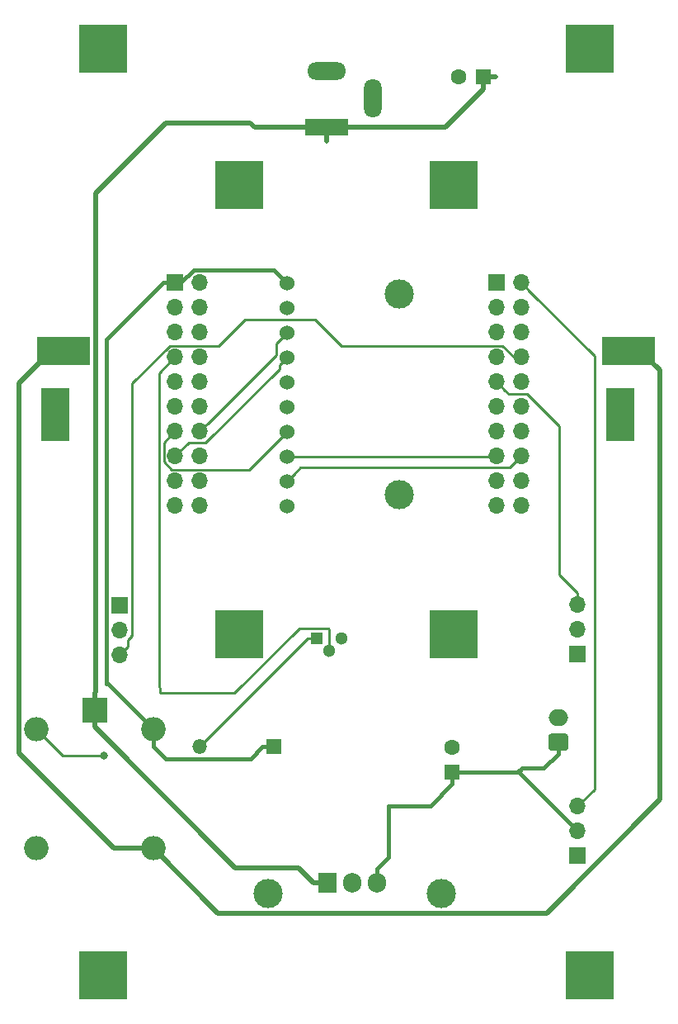
<source format=gbl>
G04 #@! TF.GenerationSoftware,KiCad,Pcbnew,5.0.2-bee76a0~70~ubuntu16.04.1*
G04 #@! TF.CreationDate,2021-05-24T08:37:10+02:00*
G04 #@! TF.ProjectId,axis2,61786973-322e-46b6-9963-61645f706362,1.0*
G04 #@! TF.SameCoordinates,Original*
G04 #@! TF.FileFunction,Copper,L2,Bot*
G04 #@! TF.FilePolarity,Positive*
%FSLAX46Y46*%
G04 Gerber Fmt 4.6, Leading zero omitted, Abs format (unit mm)*
G04 Created by KiCad (PCBNEW 5.0.2-bee76a0~70~ubuntu16.04.1) date lun 24 mag 2021 08:37:10 CEST*
%MOMM*%
%LPD*%
G01*
G04 APERTURE LIST*
G04 #@! TA.AperFunction,ComponentPad*
%ADD10R,5.500000X3.000000*%
G04 #@! TD*
G04 #@! TA.AperFunction,ComponentPad*
%ADD11R,3.000000X5.500000*%
G04 #@! TD*
G04 #@! TA.AperFunction,ComponentPad*
%ADD12C,3.000000*%
G04 #@! TD*
G04 #@! TA.AperFunction,ComponentPad*
%ADD13C,1.524000*%
G04 #@! TD*
G04 #@! TA.AperFunction,ComponentPad*
%ADD14R,4.400000X1.800000*%
G04 #@! TD*
G04 #@! TA.AperFunction,ComponentPad*
%ADD15O,4.000000X1.800000*%
G04 #@! TD*
G04 #@! TA.AperFunction,ComponentPad*
%ADD16O,1.800000X4.000000*%
G04 #@! TD*
G04 #@! TA.AperFunction,ComponentPad*
%ADD17R,1.700000X1.700000*%
G04 #@! TD*
G04 #@! TA.AperFunction,ComponentPad*
%ADD18O,1.700000X1.700000*%
G04 #@! TD*
G04 #@! TA.AperFunction,ComponentPad*
%ADD19R,1.905000X2.000000*%
G04 #@! TD*
G04 #@! TA.AperFunction,ComponentPad*
%ADD20O,1.905000X2.000000*%
G04 #@! TD*
G04 #@! TA.AperFunction,ComponentPad*
%ADD21C,1.600000*%
G04 #@! TD*
G04 #@! TA.AperFunction,ComponentPad*
%ADD22R,1.600000X1.600000*%
G04 #@! TD*
G04 #@! TA.AperFunction,Conductor*
%ADD23C,0.100000*%
G04 #@! TD*
G04 #@! TA.AperFunction,ComponentPad*
%ADD24C,1.700000*%
G04 #@! TD*
G04 #@! TA.AperFunction,ComponentPad*
%ADD25O,2.000000X1.700000*%
G04 #@! TD*
G04 #@! TA.AperFunction,ComponentPad*
%ADD26R,5.000000X5.000000*%
G04 #@! TD*
G04 #@! TA.AperFunction,ComponentPad*
%ADD27R,1.500000X1.500000*%
G04 #@! TD*
G04 #@! TA.AperFunction,ComponentPad*
%ADD28O,1.500000X1.500000*%
G04 #@! TD*
G04 #@! TA.AperFunction,ComponentPad*
%ADD29R,2.500000X2.500000*%
G04 #@! TD*
G04 #@! TA.AperFunction,ComponentPad*
%ADD30O,2.500000X2.500000*%
G04 #@! TD*
G04 #@! TA.AperFunction,ComponentPad*
%ADD31C,1.300000*%
G04 #@! TD*
G04 #@! TA.AperFunction,ComponentPad*
%ADD32R,1.300000X1.300000*%
G04 #@! TD*
G04 #@! TA.AperFunction,ViaPad*
%ADD33C,0.800000*%
G04 #@! TD*
G04 #@! TA.AperFunction,Conductor*
%ADD34C,0.500000*%
G04 #@! TD*
G04 #@! TA.AperFunction,Conductor*
%ADD35C,0.400000*%
G04 #@! TD*
G04 #@! TA.AperFunction,Conductor*
%ADD36C,0.250000*%
G04 #@! TD*
G04 APERTURE END LIST*
D10*
G04 #@! TO.P,J6,1*
G04 #@! TO.N,+12VM*
X142480000Y-88865000D03*
D11*
G04 #@! TO.P,J6,2*
G04 #@! TO.N,GND*
X141700000Y-95410000D03*
G04 #@! TD*
D10*
G04 #@! TO.P,J5,1*
G04 #@! TO.N,+12VM*
X84480000Y-88865000D03*
D11*
G04 #@! TO.P,J5,2*
G04 #@! TO.N,GND*
X83700000Y-95410000D03*
G04 #@! TD*
D12*
G04 #@! TO.P,U1,12*
G04 #@! TO.N,N/C*
X118930000Y-103640000D03*
G04 #@! TO.P,U1,11*
X118930000Y-83040000D03*
D13*
G04 #@! TO.P,U1,10*
G04 #@! TO.N,Net-(U1-Pad10)*
X107430000Y-104800000D03*
G04 #@! TO.P,U1,9*
G04 #@! TO.N,NCS*
X107430000Y-102260000D03*
G04 #@! TO.P,U1,8*
G04 #@! TO.N,INT*
X107430000Y-99720000D03*
G04 #@! TO.P,U1,7*
G04 #@! TO.N,MISO*
X107430000Y-97180000D03*
G04 #@! TO.P,U1,6*
G04 #@! TO.N,Net-(U1-Pad6)*
X107430000Y-94640000D03*
G04 #@! TO.P,U1,5*
G04 #@! TO.N,Net-(U1-Pad5)*
X107430000Y-92100000D03*
G04 #@! TO.P,U1,4*
G04 #@! TO.N,MOSI*
X107430000Y-89560000D03*
G04 #@! TO.P,U1,3*
G04 #@! TO.N,SCL*
X107430000Y-87020000D03*
G04 #@! TO.P,U1,2*
G04 #@! TO.N,GND*
X107430000Y-84480000D03*
G04 #@! TO.P,U1,1*
G04 #@! TO.N,+3V3*
X107430000Y-81940000D03*
G04 #@! TD*
D14*
G04 #@! TO.P,J4,1*
G04 #@! TO.N,+12V*
X111480000Y-65990000D03*
D15*
G04 #@! TO.P,J4,2*
G04 #@! TO.N,GND*
X111480000Y-60190000D03*
D16*
G04 #@! TO.P,J4,3*
G04 #@! TO.N,N/C*
X116280000Y-62990000D03*
G04 #@! TD*
D17*
G04 #@! TO.P,J1,1*
G04 #@! TO.N,+3V3*
X95980000Y-81920000D03*
D18*
G04 #@! TO.P,J1,2*
G04 #@! TO.N,Net-(J1-Pad2)*
X98520000Y-81920000D03*
G04 #@! TO.P,J1,3*
G04 #@! TO.N,Net-(J1-Pad3)*
X95980000Y-84460000D03*
G04 #@! TO.P,J1,4*
G04 #@! TO.N,Net-(J1-Pad4)*
X98520000Y-84460000D03*
G04 #@! TO.P,J1,5*
G04 #@! TO.N,Net-(J1-Pad5)*
X95980000Y-87000000D03*
G04 #@! TO.P,J1,6*
G04 #@! TO.N,Net-(J1-Pad6)*
X98520000Y-87000000D03*
G04 #@! TO.P,J1,7*
G04 #@! TO.N,GPIO32*
X95980000Y-89540000D03*
G04 #@! TO.P,J1,8*
G04 #@! TO.N,Net-(J1-Pad8)*
X98520000Y-89540000D03*
G04 #@! TO.P,J1,9*
G04 #@! TO.N,Net-(J1-Pad9)*
X95980000Y-92080000D03*
G04 #@! TO.P,J1,10*
G04 #@! TO.N,Net-(J1-Pad10)*
X98520000Y-92080000D03*
G04 #@! TO.P,J1,11*
G04 #@! TO.N,Net-(J1-Pad11)*
X95980000Y-94620000D03*
G04 #@! TO.P,J1,12*
G04 #@! TO.N,Net-(J1-Pad12)*
X98520000Y-94620000D03*
G04 #@! TO.P,J1,13*
G04 #@! TO.N,MISO*
X95980000Y-97160000D03*
G04 #@! TO.P,J1,14*
G04 #@! TO.N,SCL*
X98520000Y-97160000D03*
G04 #@! TO.P,J1,15*
G04 #@! TO.N,MOSI*
X95980000Y-99700000D03*
G04 #@! TO.P,J1,16*
G04 #@! TO.N,Net-(J1-Pad16)*
X98520000Y-99700000D03*
G04 #@! TO.P,J1,17*
G04 #@! TO.N,Net-(J1-Pad17)*
X95980000Y-102240000D03*
G04 #@! TO.P,J1,18*
G04 #@! TO.N,Net-(J1-Pad18)*
X98520000Y-102240000D03*
G04 #@! TO.P,J1,19*
G04 #@! TO.N,Net-(J1-Pad19)*
X95980000Y-104780000D03*
G04 #@! TO.P,J1,20*
G04 #@! TO.N,Net-(J1-Pad20)*
X98520000Y-104780000D03*
G04 #@! TD*
G04 #@! TO.P,J2,20*
G04 #@! TO.N,Net-(J2-Pad20)*
X131520000Y-104780000D03*
G04 #@! TO.P,J2,19*
G04 #@! TO.N,Net-(J2-Pad19)*
X128980000Y-104780000D03*
G04 #@! TO.P,J2,18*
G04 #@! TO.N,Net-(J2-Pad18)*
X131520000Y-102240000D03*
G04 #@! TO.P,J2,17*
G04 #@! TO.N,Net-(J2-Pad17)*
X128980000Y-102240000D03*
G04 #@! TO.P,J2,16*
G04 #@! TO.N,NCS*
X131520000Y-99700000D03*
G04 #@! TO.P,J2,15*
G04 #@! TO.N,INT*
X128980000Y-99700000D03*
G04 #@! TO.P,J2,14*
G04 #@! TO.N,Net-(J2-Pad14)*
X131520000Y-97160000D03*
G04 #@! TO.P,J2,13*
G04 #@! TO.N,Net-(J2-Pad13)*
X128980000Y-97160000D03*
G04 #@! TO.P,J2,12*
G04 #@! TO.N,GND*
X131520000Y-94620000D03*
G04 #@! TO.P,J2,11*
G04 #@! TO.N,Net-(J2-Pad11)*
X128980000Y-94620000D03*
G04 #@! TO.P,J2,10*
G04 #@! TO.N,Net-(J2-Pad10)*
X131520000Y-92080000D03*
G04 #@! TO.P,J2,9*
G04 #@! TO.N,M2S*
X128980000Y-92080000D03*
G04 #@! TO.P,J2,8*
G04 #@! TO.N,M1S*
X131520000Y-89540000D03*
G04 #@! TO.P,J2,7*
G04 #@! TO.N,Net-(J2-Pad7)*
X128980000Y-89540000D03*
G04 #@! TO.P,J2,6*
G04 #@! TO.N,Net-(J2-Pad6)*
X131520000Y-87000000D03*
G04 #@! TO.P,J2,5*
G04 #@! TO.N,Net-(J2-Pad5)*
X128980000Y-87000000D03*
G04 #@! TO.P,J2,4*
G04 #@! TO.N,Net-(J2-Pad4)*
X131520000Y-84460000D03*
G04 #@! TO.P,J2,3*
G04 #@! TO.N,Net-(J2-Pad3)*
X128980000Y-84460000D03*
G04 #@! TO.P,J2,2*
G04 #@! TO.N,RCS*
X131520000Y-81920000D03*
D17*
G04 #@! TO.P,J2,1*
G04 #@! TO.N,Net-(J2-Pad1)*
X128980000Y-81920000D03*
G04 #@! TD*
D19*
G04 #@! TO.P,U2,1*
G04 #@! TO.N,+12V*
X111590000Y-143410000D03*
D20*
G04 #@! TO.P,U2,2*
G04 #@! TO.N,GND*
X114130000Y-143410000D03*
G04 #@! TO.P,U2,3*
G04 #@! TO.N,+5V*
X116670000Y-143410000D03*
G04 #@! TD*
D21*
G04 #@! TO.P,C2,2*
G04 #@! TO.N,GND*
X124420000Y-129560000D03*
D22*
G04 #@! TO.P,C2,1*
G04 #@! TO.N,+5V*
X124420000Y-132060000D03*
G04 #@! TD*
G04 #@! TO.P,C1,1*
G04 #@! TO.N,+12V*
X127590000Y-60810000D03*
D21*
G04 #@! TO.P,C1,2*
G04 #@! TO.N,GND*
X125090000Y-60810000D03*
G04 #@! TD*
D17*
G04 #@! TO.P,J7,1*
G04 #@! TO.N,GND*
X90280000Y-114990000D03*
D18*
G04 #@! TO.P,J7,2*
G04 #@! TO.N,Net-(J7-Pad2)*
X90280000Y-117530000D03*
G04 #@! TO.P,J7,3*
G04 #@! TO.N,M1S*
X90280000Y-120070000D03*
G04 #@! TD*
G04 #@! TO.P,J8,3*
G04 #@! TO.N,M2S*
X137280000Y-114910000D03*
G04 #@! TO.P,J8,2*
G04 #@! TO.N,Net-(J8-Pad2)*
X137280000Y-117450000D03*
D17*
G04 #@! TO.P,J8,1*
G04 #@! TO.N,GND*
X137280000Y-119990000D03*
G04 #@! TD*
D23*
G04 #@! TO.N,+5V*
G04 #@! TO.C,J3*
G36*
X136074504Y-128151204D02*
X136098773Y-128154804D01*
X136122571Y-128160765D01*
X136145671Y-128169030D01*
X136167849Y-128179520D01*
X136188893Y-128192133D01*
X136208598Y-128206747D01*
X136226777Y-128223223D01*
X136243253Y-128241402D01*
X136257867Y-128261107D01*
X136270480Y-128282151D01*
X136280970Y-128304329D01*
X136289235Y-128327429D01*
X136295196Y-128351227D01*
X136298796Y-128375496D01*
X136300000Y-128400000D01*
X136300000Y-129600000D01*
X136298796Y-129624504D01*
X136295196Y-129648773D01*
X136289235Y-129672571D01*
X136280970Y-129695671D01*
X136270480Y-129717849D01*
X136257867Y-129738893D01*
X136243253Y-129758598D01*
X136226777Y-129776777D01*
X136208598Y-129793253D01*
X136188893Y-129807867D01*
X136167849Y-129820480D01*
X136145671Y-129830970D01*
X136122571Y-129839235D01*
X136098773Y-129845196D01*
X136074504Y-129848796D01*
X136050000Y-129850000D01*
X134550000Y-129850000D01*
X134525496Y-129848796D01*
X134501227Y-129845196D01*
X134477429Y-129839235D01*
X134454329Y-129830970D01*
X134432151Y-129820480D01*
X134411107Y-129807867D01*
X134391402Y-129793253D01*
X134373223Y-129776777D01*
X134356747Y-129758598D01*
X134342133Y-129738893D01*
X134329520Y-129717849D01*
X134319030Y-129695671D01*
X134310765Y-129672571D01*
X134304804Y-129648773D01*
X134301204Y-129624504D01*
X134300000Y-129600000D01*
X134300000Y-128400000D01*
X134301204Y-128375496D01*
X134304804Y-128351227D01*
X134310765Y-128327429D01*
X134319030Y-128304329D01*
X134329520Y-128282151D01*
X134342133Y-128261107D01*
X134356747Y-128241402D01*
X134373223Y-128223223D01*
X134391402Y-128206747D01*
X134411107Y-128192133D01*
X134432151Y-128179520D01*
X134454329Y-128169030D01*
X134477429Y-128160765D01*
X134501227Y-128154804D01*
X134525496Y-128151204D01*
X134550000Y-128150000D01*
X136050000Y-128150000D01*
X136074504Y-128151204D01*
X136074504Y-128151204D01*
G37*
D24*
G04 #@! TD*
G04 #@! TO.P,J3,1*
G04 #@! TO.N,+5V*
X135300000Y-129000000D03*
D25*
G04 #@! TO.P,J3,2*
G04 #@! TO.N,GND*
X135300000Y-126500000D03*
G04 #@! TD*
D17*
G04 #@! TO.P,J9,1*
G04 #@! TO.N,GND*
X137280000Y-140670148D03*
D18*
G04 #@! TO.P,J9,2*
G04 #@! TO.N,+5V*
X137280000Y-138130148D03*
G04 #@! TO.P,J9,3*
G04 #@! TO.N,RCS*
X137280000Y-135590148D03*
G04 #@! TD*
D26*
G04 #@! TO.P,U3,1*
G04 #@! TO.N,N/C*
X102540000Y-71910000D03*
G04 #@! TO.P,U3,2*
X124540000Y-71910000D03*
G04 #@! TO.P,U3,3*
X102540000Y-117910000D03*
G04 #@! TO.P,U3,4*
X124540000Y-117910000D03*
G04 #@! TO.P,U3,5*
X138540000Y-57910000D03*
G04 #@! TO.P,U3,6*
X88540000Y-57910000D03*
G04 #@! TO.P,U3,7*
X138540000Y-152910000D03*
G04 #@! TO.P,U3,8*
X88540000Y-152910000D03*
G04 #@! TD*
D27*
G04 #@! TO.P,D1,1*
G04 #@! TO.N,+3V3*
X106100000Y-129500000D03*
D28*
G04 #@! TO.P,D1,2*
G04 #@! TO.N,Net-(D1-Pad2)*
X98480000Y-129500000D03*
G04 #@! TD*
D12*
G04 #@! TO.P,HS1,1*
G04 #@! TO.N,Net-(HS1-Pad1)*
X105500000Y-144500000D03*
G04 #@! TO.P,HS1,2*
G04 #@! TO.N,Net-(HS1-Pad2)*
X123300000Y-144500000D03*
G04 #@! TD*
D29*
G04 #@! TO.P,RLY1,1*
G04 #@! TO.N,+12V*
X87700000Y-125700000D03*
D30*
G04 #@! TO.P,RLY1,2*
G04 #@! TO.N,+3V3*
X93700000Y-127700000D03*
G04 #@! TO.P,RLY1,3*
G04 #@! TO.N,+12VM*
X93700000Y-139900000D03*
G04 #@! TO.P,RLY1,4*
G04 #@! TO.N,Net-(RLY1-Pad4)*
X81700000Y-139900000D03*
G04 #@! TO.P,RLY1,5*
G04 #@! TO.N,Net-(D1-Pad2)*
X81700000Y-127700000D03*
G04 #@! TD*
D31*
G04 #@! TO.P,Q1,2*
G04 #@! TO.N,GPIO32*
X111770000Y-119670000D03*
G04 #@! TO.P,Q1,3*
G04 #@! TO.N,GND*
X113040000Y-118400000D03*
D32*
G04 #@! TO.P,Q1,1*
G04 #@! TO.N,Net-(D1-Pad2)*
X110500000Y-118400000D03*
G04 #@! TD*
D33*
G04 #@! TO.N,Net-(D1-Pad2)*
X88700000Y-130400000D03*
G04 #@! TD*
D34*
G04 #@! TO.N,+12V*
X127590000Y-60810000D02*
X128890000Y-60810000D01*
X103670000Y-65500000D02*
X95000000Y-65500000D01*
X104160000Y-65990000D02*
X103670000Y-65500000D01*
X111480000Y-65990000D02*
X104160000Y-65990000D01*
X111480000Y-67390000D02*
X111480000Y-65990000D01*
X127590000Y-62110000D02*
X127590000Y-60810000D01*
X123710000Y-65990000D02*
X127590000Y-62110000D01*
X111480000Y-65990000D02*
X123710000Y-65990000D01*
X87700000Y-123950000D02*
X87700000Y-125700000D01*
X87780001Y-123869999D02*
X87700000Y-123950000D01*
X87780001Y-72719999D02*
X87780001Y-123869999D01*
X95000000Y-65500000D02*
X87780001Y-72719999D01*
X110137500Y-143410000D02*
X111590000Y-143410000D01*
X108637500Y-141910000D02*
X110137500Y-143410000D01*
X102160000Y-141910000D02*
X108637500Y-141910000D01*
X87700000Y-127450000D02*
X102160000Y-141910000D01*
X87700000Y-125700000D02*
X87700000Y-127450000D01*
G04 #@! TO.N,GND*
X111480000Y-60190000D02*
X112580000Y-60190000D01*
D35*
G04 #@! TO.N,+5V*
X122160000Y-135520000D02*
X124420000Y-133260000D01*
X124420000Y-133260000D02*
X124420000Y-132060000D01*
X117850000Y-140830000D02*
X117850000Y-135520000D01*
X116670000Y-143410000D02*
X116670000Y-142010000D01*
X117850000Y-135520000D02*
X122160000Y-135520000D01*
X116670000Y-142010000D02*
X117850000Y-140830000D01*
X131209852Y-132060000D02*
X124420000Y-132060000D01*
X137280000Y-138130148D02*
X131209852Y-132060000D01*
X131209852Y-132060000D02*
X131209852Y-131918150D01*
X135300000Y-129950000D02*
X135300000Y-129000000D01*
X135300000Y-130228002D02*
X135300000Y-129950000D01*
X133828001Y-131700001D02*
X135300000Y-130228002D01*
X131569851Y-131700001D02*
X133828001Y-131700001D01*
X131209852Y-132060000D02*
X131569851Y-131700001D01*
G04 #@! TO.N,+3V3*
X106668001Y-81178001D02*
X107430000Y-81940000D01*
X106059999Y-80569999D02*
X106668001Y-81178001D01*
X97871999Y-80569999D02*
X106059999Y-80569999D01*
X96521998Y-81920000D02*
X97871999Y-80569999D01*
X95980000Y-81920000D02*
X96521998Y-81920000D01*
X88929999Y-87720001D02*
X94730000Y-81920000D01*
X88929999Y-123062001D02*
X88929999Y-87720001D01*
X94730000Y-81920000D02*
X95980000Y-81920000D01*
X103699999Y-130750001D02*
X104950000Y-129500000D01*
X94982235Y-130750001D02*
X103699999Y-130750001D01*
X104950000Y-129500000D02*
X106100000Y-129500000D01*
X93700000Y-129467766D02*
X94982235Y-130750001D01*
X93700000Y-127700000D02*
X93700000Y-129467766D01*
X89062001Y-123062001D02*
X93700000Y-127700000D01*
X88929999Y-123062001D02*
X89062001Y-123062001D01*
D36*
G04 #@! TO.N,MISO*
X103545001Y-101064999D02*
X107430000Y-97180000D01*
X95980000Y-97160000D02*
X94804999Y-98335001D01*
X94804999Y-98335001D02*
X94804999Y-100264001D01*
X94804999Y-100264001D02*
X95605997Y-101064999D01*
X95605997Y-101064999D02*
X103545001Y-101064999D01*
G04 #@! TO.N,SCL*
X99369999Y-96310001D02*
X98520000Y-97160000D01*
X106342999Y-88107001D02*
X106342999Y-89337001D01*
X106342999Y-89337001D02*
X99369999Y-96310001D01*
X107430000Y-87020000D02*
X106342999Y-88107001D01*
G04 #@! TO.N,MOSI*
X106668001Y-90321999D02*
X107430000Y-89560000D01*
X106668001Y-90751001D02*
X106668001Y-90321999D01*
X99084001Y-98335001D02*
X106668001Y-90751001D01*
X97344999Y-98335001D02*
X99084001Y-98335001D01*
X95980000Y-99700000D02*
X97344999Y-98335001D01*
G04 #@! TO.N,NCS*
X108814999Y-100875001D02*
X108191999Y-101498001D01*
X108191999Y-101498001D02*
X107430000Y-102260000D01*
X130344999Y-100875001D02*
X108814999Y-100875001D01*
X131520000Y-99700000D02*
X130344999Y-100875001D01*
G04 #@! TO.N,INT*
X128960000Y-99720000D02*
X128980000Y-99700000D01*
X107430000Y-99720000D02*
X128960000Y-99720000D01*
G04 #@! TO.N,M2S*
X137280000Y-113707919D02*
X135400000Y-111827919D01*
X137280000Y-114910000D02*
X137280000Y-113707919D01*
X129829999Y-92929999D02*
X128980000Y-92080000D01*
X130200000Y-93300000D02*
X129829999Y-92929999D01*
X132087002Y-93300000D02*
X130200000Y-93300000D01*
X135400000Y-96612998D02*
X132087002Y-93300000D01*
X135400000Y-111827919D02*
X135400000Y-96612998D01*
G04 #@! TO.N,M1S*
X91555001Y-117954999D02*
X91440000Y-118070000D01*
X95415999Y-88364999D02*
X91555001Y-92225997D01*
X100465001Y-88364999D02*
X95415999Y-88364999D01*
X110373763Y-85667001D02*
X103162999Y-85667001D01*
X113066762Y-88360000D02*
X110373763Y-85667001D01*
X129539002Y-88360000D02*
X113066762Y-88360000D01*
X103162999Y-85667001D02*
X100465001Y-88364999D01*
X130719002Y-89540000D02*
X129539002Y-88360000D01*
X131520000Y-89540000D02*
X130719002Y-89540000D01*
X91129999Y-118567003D02*
X91555001Y-118142001D01*
X91555001Y-118142001D02*
X91555001Y-117770000D01*
X91129999Y-119220001D02*
X91129999Y-118567003D01*
X90280000Y-120070000D02*
X91129999Y-119220001D01*
X91555001Y-92225997D02*
X91555001Y-117770000D01*
X91555001Y-117770000D02*
X91555001Y-117954999D01*
G04 #@! TO.N,RCS*
X132369999Y-82769999D02*
X131520000Y-81920000D01*
X139000000Y-89400000D02*
X132369999Y-82769999D01*
X139000000Y-133870148D02*
X139000000Y-89400000D01*
X137280000Y-135590148D02*
X139000000Y-133870148D01*
G04 #@! TO.N,GPIO32*
X111770000Y-117400000D02*
X111770000Y-118400000D01*
X111694999Y-117324999D02*
X111770000Y-117400000D01*
X108710003Y-117324999D02*
X111694999Y-117324999D01*
X102035002Y-124000000D02*
X108710003Y-117324999D01*
X94400000Y-124000000D02*
X102035002Y-124000000D01*
X95980000Y-89540000D02*
X94354989Y-91165011D01*
X94354989Y-91165011D02*
X94354989Y-123389304D01*
X94400000Y-123434315D02*
X94400000Y-124000000D01*
X94354989Y-123389304D02*
X94400000Y-123434315D01*
X111770000Y-118400000D02*
X111770000Y-119670000D01*
D34*
G04 #@! TO.N,+12VM*
X84470500Y-89760900D02*
X82720500Y-89760900D01*
X145730000Y-134910150D02*
X145730000Y-90865000D01*
X143730000Y-88865000D02*
X142480000Y-88865000D01*
X145730000Y-90865000D02*
X143730000Y-88865000D01*
X134090149Y-146550001D02*
X145730000Y-134910150D01*
X100350001Y-146550001D02*
X134090149Y-146550001D01*
X93700000Y-139900000D02*
X100350001Y-146550001D01*
X83230000Y-88865000D02*
X84480000Y-88865000D01*
X93700000Y-139900000D02*
X89699998Y-139900000D01*
X89699998Y-139900000D02*
X79899999Y-130100001D01*
X79899999Y-130100001D02*
X79899999Y-92195001D01*
X79899999Y-92195001D02*
X83230000Y-88865000D01*
D36*
G04 #@! TO.N,Net-(D1-Pad2)*
X109580000Y-118400000D02*
X98480000Y-129500000D01*
X110500000Y-118400000D02*
X109580000Y-118400000D01*
X88700000Y-130400000D02*
X88700000Y-130400000D01*
X84400000Y-130400000D02*
X88700000Y-130400000D01*
X81700000Y-127700000D02*
X84400000Y-130400000D01*
G04 #@! TD*
M02*

</source>
